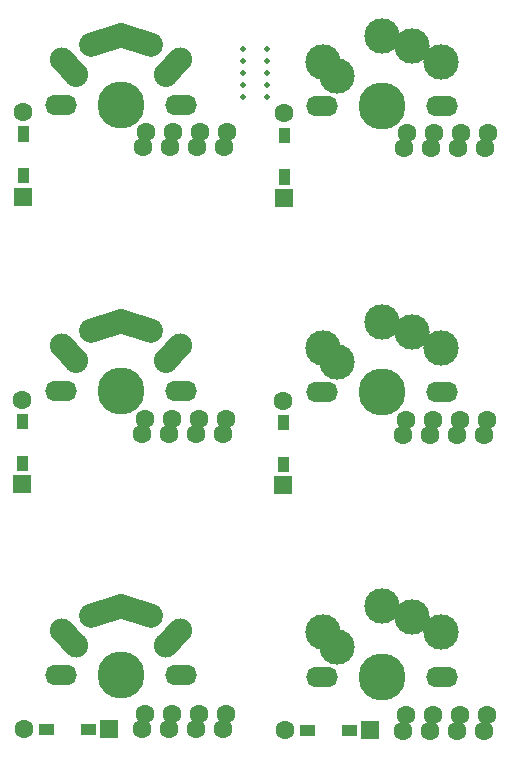
<source format=gbr>
%TF.GenerationSoftware,KiCad,Pcbnew,(6.0.4)*%
%TF.CreationDate,2022-12-14T16:12:08+01:00*%
%TF.ProjectId,column,636f6c75-6d6e-42e6-9b69-6361645f7063,rev?*%
%TF.SameCoordinates,Original*%
%TF.FileFunction,Soldermask,Top*%
%TF.FilePolarity,Negative*%
%FSLAX46Y46*%
G04 Gerber Fmt 4.6, Leading zero omitted, Abs format (unit mm)*
G04 Created by KiCad (PCBNEW (6.0.4)) date 2022-12-14 16:12:08*
%MOMM*%
%LPD*%
G01*
G04 APERTURE LIST*
G04 Aperture macros list*
%AMHorizOval*
0 Thick line with rounded ends*
0 $1 width*
0 $2 $3 position (X,Y) of the first rounded end (center of the circle)*
0 $4 $5 position (X,Y) of the second rounded end (center of the circle)*
0 Add line between two ends*
20,1,$1,$2,$3,$4,$5,0*
0 Add two circle primitives to create the rounded ends*
1,1,$1,$2,$3*
1,1,$1,$4,$5*%
G04 Aperture macros list end*
%ADD10C,0.100000*%
%ADD11C,1.600000*%
%ADD12C,3.987800*%
%ADD13O,2.701800X1.701800*%
%ADD14C,2.032000*%
%ADD15HorizOval,2.032000X-0.608505X0.641231X0.608505X-0.641231X0*%
%ADD16HorizOval,2.032000X-0.608505X-0.641231X0.608505X0.641231X0*%
%ADD17HorizOval,2.032000X-1.269427X0.410014X1.269427X-0.410014X0*%
%ADD18HorizOval,2.032000X-1.269427X-0.410014X1.269427X0.410014X0*%
%ADD19C,3.000000*%
%ADD20C,0.500000*%
%ADD21R,1.600000X1.600000*%
G04 APERTURE END LIST*
%TO.C,D2*%
G36*
X206408046Y-103808411D02*
G01*
X205558046Y-103808411D01*
X205558046Y-102608411D01*
X206408046Y-102608411D01*
X206408046Y-103808411D01*
G37*
D10*
X206408046Y-103808411D02*
X205558046Y-103808411D01*
X205558046Y-102608411D01*
X206408046Y-102608411D01*
X206408046Y-103808411D01*
G36*
X206408046Y-107358411D02*
G01*
X205558046Y-107358411D01*
X205558046Y-106158411D01*
X206408046Y-106158411D01*
X206408046Y-107358411D01*
G37*
X206408046Y-107358411D02*
X205558046Y-107358411D01*
X205558046Y-106158411D01*
X206408046Y-106158411D01*
X206408046Y-107358411D01*
%TO.C,D3*%
G36*
X212179000Y-129711000D02*
G01*
X210979000Y-129711000D01*
X210979000Y-128861000D01*
X212179000Y-128861000D01*
X212179000Y-129711000D01*
G37*
X212179000Y-129711000D02*
X210979000Y-129711000D01*
X210979000Y-128861000D01*
X212179000Y-128861000D01*
X212179000Y-129711000D01*
G36*
X208629000Y-129711000D02*
G01*
X207429000Y-129711000D01*
X207429000Y-128861000D01*
X208629000Y-128861000D01*
X208629000Y-129711000D01*
G37*
X208629000Y-129711000D02*
X207429000Y-129711000D01*
X207429000Y-128861000D01*
X208629000Y-128861000D01*
X208629000Y-129711000D01*
G36*
X186534491Y-129611194D02*
G01*
X185334491Y-129611194D01*
X185334491Y-128761194D01*
X186534491Y-128761194D01*
X186534491Y-129611194D01*
G37*
X186534491Y-129611194D02*
X185334491Y-129611194D01*
X185334491Y-128761194D01*
X186534491Y-128761194D01*
X186534491Y-129611194D01*
G36*
X190084491Y-129611194D02*
G01*
X188884491Y-129611194D01*
X188884491Y-128761194D01*
X190084491Y-128761194D01*
X190084491Y-129611194D01*
G37*
X190084491Y-129611194D02*
X188884491Y-129611194D01*
X188884491Y-128761194D01*
X190084491Y-128761194D01*
X190084491Y-129611194D01*
%TO.C,D2*%
G36*
X184313537Y-107258605D02*
G01*
X183463537Y-107258605D01*
X183463537Y-106058605D01*
X184313537Y-106058605D01*
X184313537Y-107258605D01*
G37*
X184313537Y-107258605D02*
X183463537Y-107258605D01*
X183463537Y-106058605D01*
X184313537Y-106058605D01*
X184313537Y-107258605D01*
G36*
X184313537Y-103708605D02*
G01*
X183463537Y-103708605D01*
X183463537Y-102508605D01*
X184313537Y-102508605D01*
X184313537Y-103708605D01*
G37*
X184313537Y-103708605D02*
X183463537Y-103708605D01*
X183463537Y-102508605D01*
X184313537Y-102508605D01*
X184313537Y-103708605D01*
%TO.C,D1*%
G36*
X206503401Y-83005247D02*
G01*
X205653401Y-83005247D01*
X205653401Y-81805247D01*
X206503401Y-81805247D01*
X206503401Y-83005247D01*
G37*
X206503401Y-83005247D02*
X205653401Y-83005247D01*
X205653401Y-81805247D01*
X206503401Y-81805247D01*
X206503401Y-83005247D01*
G36*
X206503401Y-79455247D02*
G01*
X205653401Y-79455247D01*
X205653401Y-78255247D01*
X206503401Y-78255247D01*
X206503401Y-79455247D01*
G37*
X206503401Y-79455247D02*
X205653401Y-79455247D01*
X205653401Y-78255247D01*
X206503401Y-78255247D01*
X206503401Y-79455247D01*
G36*
X184408892Y-79355441D02*
G01*
X183558892Y-79355441D01*
X183558892Y-78155441D01*
X184408892Y-78155441D01*
X184408892Y-79355441D01*
G37*
X184408892Y-79355441D02*
X183558892Y-79355441D01*
X183558892Y-78155441D01*
X184408892Y-78155441D01*
X184408892Y-79355441D01*
G36*
X184408892Y-82905441D02*
G01*
X183558892Y-82905441D01*
X183558892Y-81705441D01*
X184408892Y-81705441D01*
X184408892Y-82905441D01*
G37*
X184408892Y-82905441D02*
X183558892Y-82905441D01*
X183558892Y-81705441D01*
X184408892Y-81705441D01*
X184408892Y-82905441D01*
%TD*%
D11*
%TO.C,J5*%
X216182672Y-104293976D03*
X216442672Y-103003976D03*
X218728672Y-103003976D03*
X218468672Y-104293976D03*
X220754672Y-104293976D03*
X221014672Y-103003976D03*
X223040672Y-104293976D03*
X223300672Y-103003976D03*
%TD*%
D12*
%TO.C,SW2*%
X192283903Y-100548886D03*
D13*
X187206315Y-100545578D03*
X197366315Y-100549539D03*
D14*
X188473903Y-98008886D03*
X196093903Y-98008886D03*
D15*
X187869004Y-97365454D03*
D16*
X196698802Y-97365454D03*
D14*
X192283903Y-94648886D03*
D17*
X193539251Y-95053955D03*
D18*
X191028555Y-95053955D03*
%TD*%
D13*
%TO.C,SW3*%
X219456000Y-124750000D03*
D19*
X209378412Y-120996693D03*
D12*
X214378412Y-124746692D03*
D19*
X219376000Y-121000000D03*
X214378412Y-118796692D03*
D13*
X209296000Y-124746039D03*
D19*
X216916000Y-119670000D03*
X210566000Y-122210000D03*
%TD*%
D11*
%TO.C,J2*%
X216541641Y-78728932D03*
X216281641Y-80018932D03*
X218567641Y-80018932D03*
X218827641Y-78728932D03*
X220853641Y-80018932D03*
X221113641Y-78728932D03*
X223399641Y-78728932D03*
X223139641Y-80018932D03*
%TD*%
D12*
%TO.C,SW3*%
X192283903Y-124646886D03*
D13*
X197366315Y-124647539D03*
X187206315Y-124643578D03*
D14*
X188473903Y-122106886D03*
D16*
X196698802Y-121463454D03*
D14*
X196093903Y-122106886D03*
D15*
X187869004Y-121463454D03*
D18*
X191028555Y-119151955D03*
D14*
X192283903Y-118746886D03*
D17*
X193539251Y-119151955D03*
%TD*%
D11*
%TO.C,J3*%
X194313491Y-127916194D03*
X194053491Y-129206194D03*
X196339491Y-129206194D03*
X196599491Y-127916194D03*
X198885491Y-127916194D03*
X198625491Y-129206194D03*
X201171491Y-127916194D03*
X200911491Y-129206194D03*
%TD*%
D19*
%TO.C,SW2*%
X214378412Y-94698692D03*
X210566000Y-98112000D03*
D12*
X214378412Y-100648692D03*
D19*
X219376000Y-96902000D03*
X209378412Y-96898693D03*
D13*
X219456000Y-100652000D03*
D19*
X216916000Y-95572000D03*
D13*
X209296000Y-100648039D03*
%TD*%
D11*
%TO.C,J3*%
X216148000Y-129306000D03*
X216408000Y-128016000D03*
X218694000Y-128016000D03*
X218434000Y-129306000D03*
X220720000Y-129306000D03*
X220980000Y-128016000D03*
X223266000Y-128016000D03*
X223006000Y-129306000D03*
%TD*%
%TO.C,J5*%
X194348163Y-102904170D03*
X194088163Y-104194170D03*
X196634163Y-102904170D03*
X196374163Y-104194170D03*
X198660163Y-104194170D03*
X198920163Y-102904170D03*
X201206163Y-102904170D03*
X200946163Y-104194170D03*
%TD*%
%TO.C,J2*%
X194447132Y-78629126D03*
X194187132Y-79919126D03*
X196473132Y-79919126D03*
X196733132Y-78629126D03*
X198759132Y-79919126D03*
X199019132Y-78629126D03*
X201045132Y-79919126D03*
X201305132Y-78629126D03*
%TD*%
D20*
%TO.C,mouse-bite-2mm-slot*%
X204702180Y-75639156D03*
X204702180Y-72591156D03*
X202670180Y-72591156D03*
X202670180Y-75639156D03*
X202670180Y-73607156D03*
X204702180Y-73607156D03*
X204702180Y-74623156D03*
X202670180Y-71575156D03*
X202670180Y-74623156D03*
X204702180Y-71575156D03*
%TD*%
D13*
%TO.C,SW1*%
X197366315Y-76351539D03*
D12*
X192283903Y-76350886D03*
D13*
X187206315Y-76347578D03*
D14*
X188473903Y-73810886D03*
X196093903Y-73810886D03*
D15*
X187869004Y-73167454D03*
D16*
X196698802Y-73167454D03*
D17*
X193539251Y-70855955D03*
D18*
X191028555Y-70855955D03*
D14*
X192283903Y-70450886D03*
%TD*%
D12*
%TO.C,SW1*%
X214378412Y-76450692D03*
D13*
X209296000Y-76450039D03*
X219456000Y-76454000D03*
D19*
X210566000Y-73914000D03*
X214378412Y-70500692D03*
X219376000Y-72704000D03*
X209378412Y-72700693D03*
X216916000Y-71374000D03*
%TD*%
D21*
%TO.C,D2*%
X205983046Y-108559411D03*
D11*
X205983046Y-101407411D03*
%TD*%
D21*
%TO.C,D3*%
X213380000Y-129286000D03*
D11*
X206228000Y-129286000D03*
%TD*%
D21*
%TO.C,D3*%
X191285491Y-129186194D03*
D11*
X184133491Y-129186194D03*
%TD*%
D21*
%TO.C,D2*%
X183888537Y-108459605D03*
D11*
X183888537Y-101307605D03*
%TD*%
D21*
%TO.C,D1*%
X206078401Y-84206247D03*
D11*
X206078401Y-77054247D03*
%TD*%
D21*
%TO.C,D1*%
X183983892Y-84106441D03*
D11*
X183983892Y-76954441D03*
%TD*%
M02*

</source>
